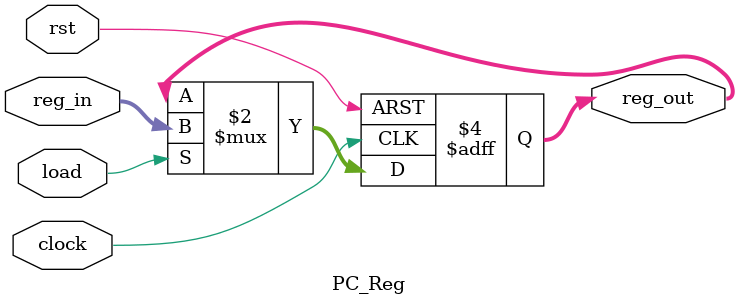
<source format=v>
module PC_Reg(clock, rst, load, reg_in, reg_out);
	input clock, rst, load;
	input[11:0] reg_in;
	output reg[11:0] reg_out;

	always@(posedge clock, posedge rst)begin
		if(rst) reg_out <= 12'd210;
		else if(load) reg_out <= reg_in;
	end

endmodule

</source>
